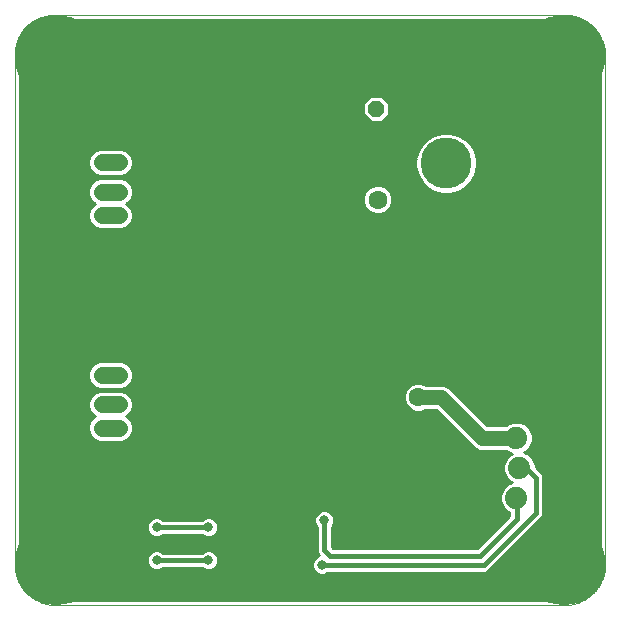
<source format=gbl>
G75*
%MOIN*%
%OFA0B0*%
%FSLAX25Y25*%
%IPPOS*%
%LPD*%
%AMOC8*
5,1,8,0,0,1.08239X$1,22.5*
%
%ADD10C,0.00000*%
%ADD11C,0.00004*%
%ADD12OC8,0.06300*%
%ADD13C,0.06300*%
%ADD14C,0.13100*%
%ADD15C,0.17000*%
%ADD16C,0.05740*%
%ADD17OC8,0.05200*%
%ADD18R,0.07400X0.07400*%
%ADD19C,0.07400*%
%ADD20R,0.03562X0.03562*%
%ADD21C,0.03169*%
%ADD22C,0.01000*%
%ADD23C,0.27559*%
%ADD24C,0.01600*%
%ADD25C,0.05000*%
D10*
X0020490Y0014980D02*
X0020490Y0184271D01*
X0034270Y0198050D02*
X0203561Y0198050D01*
X0217341Y0184271D02*
X0217341Y0014980D01*
X0203561Y0001200D02*
X0034270Y0001200D01*
D11*
X0033937Y0001204D01*
X0033604Y0001216D01*
X0033272Y0001236D01*
X0032940Y0001264D01*
X0032609Y0001300D01*
X0032279Y0001345D01*
X0031950Y0001397D01*
X0031622Y0001457D01*
X0031296Y0001525D01*
X0030972Y0001600D01*
X0030650Y0001684D01*
X0030330Y0001775D01*
X0030012Y0001874D01*
X0029696Y0001981D01*
X0029384Y0002095D01*
X0029074Y0002217D01*
X0028767Y0002347D01*
X0028463Y0002483D01*
X0028163Y0002627D01*
X0027866Y0002778D01*
X0027573Y0002937D01*
X0027284Y0003102D01*
X0026999Y0003274D01*
X0026718Y0003453D01*
X0026442Y0003639D01*
X0026170Y0003832D01*
X0025903Y0004031D01*
X0025641Y0004236D01*
X0025384Y0004448D01*
X0025132Y0004666D01*
X0024886Y0004889D01*
X0024645Y0005119D01*
X0024409Y0005355D01*
X0024179Y0005596D01*
X0023956Y0005842D01*
X0023738Y0006094D01*
X0023526Y0006351D01*
X0023321Y0006613D01*
X0023122Y0006880D01*
X0022929Y0007152D01*
X0022743Y0007428D01*
X0022564Y0007709D01*
X0022392Y0007994D01*
X0022227Y0008283D01*
X0022068Y0008576D01*
X0021917Y0008873D01*
X0021773Y0009173D01*
X0021637Y0009477D01*
X0021507Y0009784D01*
X0021385Y0010094D01*
X0021271Y0010406D01*
X0021164Y0010722D01*
X0021065Y0011040D01*
X0020974Y0011360D01*
X0020890Y0011682D01*
X0020815Y0012006D01*
X0020747Y0012332D01*
X0020687Y0012660D01*
X0020635Y0012989D01*
X0020590Y0013319D01*
X0020554Y0013650D01*
X0020526Y0013982D01*
X0020506Y0014314D01*
X0020494Y0014647D01*
X0020490Y0014980D01*
X0203561Y0001200D02*
X0203894Y0001204D01*
X0204227Y0001216D01*
X0204559Y0001236D01*
X0204891Y0001264D01*
X0205222Y0001300D01*
X0205552Y0001345D01*
X0205881Y0001397D01*
X0206209Y0001457D01*
X0206535Y0001525D01*
X0206859Y0001600D01*
X0207181Y0001684D01*
X0207501Y0001775D01*
X0207819Y0001874D01*
X0208135Y0001981D01*
X0208447Y0002095D01*
X0208757Y0002217D01*
X0209064Y0002347D01*
X0209368Y0002483D01*
X0209668Y0002627D01*
X0209965Y0002778D01*
X0210258Y0002937D01*
X0210547Y0003102D01*
X0210832Y0003274D01*
X0211113Y0003453D01*
X0211389Y0003639D01*
X0211661Y0003832D01*
X0211928Y0004031D01*
X0212190Y0004236D01*
X0212447Y0004448D01*
X0212699Y0004666D01*
X0212945Y0004889D01*
X0213186Y0005119D01*
X0213422Y0005355D01*
X0213652Y0005596D01*
X0213875Y0005842D01*
X0214093Y0006094D01*
X0214305Y0006351D01*
X0214510Y0006613D01*
X0214709Y0006880D01*
X0214902Y0007152D01*
X0215088Y0007428D01*
X0215267Y0007709D01*
X0215439Y0007994D01*
X0215604Y0008283D01*
X0215763Y0008576D01*
X0215914Y0008873D01*
X0216058Y0009173D01*
X0216194Y0009477D01*
X0216324Y0009784D01*
X0216446Y0010094D01*
X0216560Y0010406D01*
X0216667Y0010722D01*
X0216766Y0011040D01*
X0216857Y0011360D01*
X0216941Y0011682D01*
X0217016Y0012006D01*
X0217084Y0012332D01*
X0217144Y0012660D01*
X0217196Y0012989D01*
X0217241Y0013319D01*
X0217277Y0013650D01*
X0217305Y0013982D01*
X0217325Y0014314D01*
X0217337Y0014647D01*
X0217341Y0014980D01*
X0217341Y0184271D02*
X0217337Y0184604D01*
X0217325Y0184937D01*
X0217305Y0185269D01*
X0217277Y0185601D01*
X0217241Y0185932D01*
X0217196Y0186262D01*
X0217144Y0186591D01*
X0217084Y0186919D01*
X0217016Y0187245D01*
X0216941Y0187569D01*
X0216857Y0187891D01*
X0216766Y0188211D01*
X0216667Y0188529D01*
X0216560Y0188845D01*
X0216446Y0189157D01*
X0216324Y0189467D01*
X0216194Y0189774D01*
X0216058Y0190078D01*
X0215914Y0190378D01*
X0215763Y0190675D01*
X0215604Y0190968D01*
X0215439Y0191257D01*
X0215267Y0191542D01*
X0215088Y0191823D01*
X0214902Y0192099D01*
X0214709Y0192371D01*
X0214510Y0192638D01*
X0214305Y0192900D01*
X0214093Y0193157D01*
X0213875Y0193409D01*
X0213652Y0193655D01*
X0213422Y0193896D01*
X0213186Y0194132D01*
X0212945Y0194362D01*
X0212699Y0194585D01*
X0212447Y0194803D01*
X0212190Y0195015D01*
X0211928Y0195220D01*
X0211661Y0195419D01*
X0211389Y0195612D01*
X0211113Y0195798D01*
X0210832Y0195977D01*
X0210547Y0196149D01*
X0210258Y0196314D01*
X0209965Y0196473D01*
X0209668Y0196624D01*
X0209368Y0196768D01*
X0209064Y0196904D01*
X0208757Y0197034D01*
X0208447Y0197156D01*
X0208135Y0197270D01*
X0207819Y0197377D01*
X0207501Y0197476D01*
X0207181Y0197567D01*
X0206859Y0197651D01*
X0206535Y0197726D01*
X0206209Y0197794D01*
X0205881Y0197854D01*
X0205552Y0197906D01*
X0205222Y0197951D01*
X0204891Y0197987D01*
X0204559Y0198015D01*
X0204227Y0198035D01*
X0203894Y0198047D01*
X0203561Y0198051D01*
X0034270Y0198051D02*
X0033937Y0198047D01*
X0033604Y0198035D01*
X0033272Y0198015D01*
X0032940Y0197987D01*
X0032609Y0197951D01*
X0032279Y0197906D01*
X0031950Y0197854D01*
X0031622Y0197794D01*
X0031296Y0197726D01*
X0030972Y0197651D01*
X0030650Y0197567D01*
X0030330Y0197476D01*
X0030012Y0197377D01*
X0029696Y0197270D01*
X0029384Y0197156D01*
X0029074Y0197034D01*
X0028767Y0196904D01*
X0028463Y0196768D01*
X0028163Y0196624D01*
X0027866Y0196473D01*
X0027573Y0196314D01*
X0027284Y0196149D01*
X0026999Y0195977D01*
X0026718Y0195798D01*
X0026442Y0195612D01*
X0026170Y0195419D01*
X0025903Y0195220D01*
X0025641Y0195015D01*
X0025384Y0194803D01*
X0025132Y0194585D01*
X0024886Y0194362D01*
X0024645Y0194132D01*
X0024409Y0193896D01*
X0024179Y0193655D01*
X0023956Y0193409D01*
X0023738Y0193157D01*
X0023526Y0192900D01*
X0023321Y0192638D01*
X0023122Y0192371D01*
X0022929Y0192099D01*
X0022743Y0191823D01*
X0022564Y0191542D01*
X0022392Y0191257D01*
X0022227Y0190968D01*
X0022068Y0190675D01*
X0021917Y0190378D01*
X0021773Y0190078D01*
X0021637Y0189774D01*
X0021507Y0189467D01*
X0021385Y0189157D01*
X0021271Y0188845D01*
X0021164Y0188529D01*
X0021065Y0188211D01*
X0020974Y0187891D01*
X0020890Y0187569D01*
X0020815Y0187245D01*
X0020747Y0186919D01*
X0020687Y0186591D01*
X0020635Y0186262D01*
X0020590Y0185932D01*
X0020554Y0185601D01*
X0020526Y0185269D01*
X0020506Y0184937D01*
X0020494Y0184604D01*
X0020490Y0184271D01*
D12*
X0141484Y0146367D03*
X0154978Y0060560D03*
D13*
X0154978Y0070560D03*
X0141484Y0136367D03*
D14*
X0041750Y0160908D03*
X0041750Y0109208D03*
X0041750Y0090042D03*
X0041750Y0038342D03*
D15*
X0164260Y0148562D03*
X0176071Y0167066D03*
X0187882Y0148562D03*
D16*
X0055289Y0148838D02*
X0049549Y0148838D01*
X0049549Y0138995D02*
X0055289Y0138995D01*
X0055289Y0131121D02*
X0049549Y0131121D01*
X0049549Y0121279D02*
X0055289Y0121279D01*
X0055289Y0077972D02*
X0049549Y0077972D01*
X0049549Y0068129D02*
X0055289Y0068129D01*
X0055289Y0060255D02*
X0049549Y0060255D01*
X0049549Y0050413D02*
X0055289Y0050413D01*
D17*
X0140963Y0166672D03*
X0140963Y0176672D03*
D18*
X0188707Y0066948D03*
D19*
X0187707Y0056948D03*
X0188707Y0046948D03*
X0187707Y0036948D03*
D20*
X0090569Y0060649D03*
X0090569Y0081121D03*
X0072065Y0104743D03*
X0091750Y0128759D03*
X0091750Y0152381D03*
X0091750Y0164192D03*
D21*
X0091356Y0191751D03*
X0083482Y0191751D03*
X0075608Y0191751D03*
X0067734Y0191751D03*
X0059860Y0191751D03*
X0051986Y0191751D03*
X0026789Y0166554D03*
X0026789Y0158680D03*
X0026789Y0150806D03*
X0026789Y0142932D03*
X0026789Y0135058D03*
X0026789Y0127184D03*
X0026789Y0119310D03*
X0026789Y0111436D03*
X0026789Y0103562D03*
X0026789Y0095688D03*
X0026789Y0087814D03*
X0026789Y0079940D03*
X0026789Y0072066D03*
X0026789Y0064192D03*
X0026789Y0056318D03*
X0026789Y0048444D03*
X0026789Y0040570D03*
X0026789Y0032696D03*
X0051986Y0007499D03*
X0059860Y0007499D03*
X0067734Y0007499D03*
X0075608Y0007499D03*
X0083482Y0007499D03*
X0091356Y0007499D03*
X0099230Y0007499D03*
X0107104Y0007499D03*
X0114978Y0007499D03*
X0122852Y0007499D03*
X0130726Y0007499D03*
X0138600Y0007499D03*
X0146474Y0007499D03*
X0154348Y0007499D03*
X0162222Y0007499D03*
X0170096Y0007499D03*
X0177970Y0007499D03*
X0185844Y0007499D03*
X0211041Y0032696D03*
X0211041Y0040570D03*
X0211041Y0048444D03*
X0211041Y0056318D03*
X0211041Y0064192D03*
X0211041Y0072066D03*
X0207104Y0076525D03*
X0203167Y0076525D03*
X0199230Y0076525D03*
X0195293Y0076525D03*
X0191356Y0076525D03*
X0187419Y0076525D03*
X0183482Y0076525D03*
X0179545Y0076525D03*
X0175608Y0082430D03*
X0179545Y0088336D03*
X0175608Y0094241D03*
X0179545Y0100147D03*
X0175608Y0106052D03*
X0179545Y0111958D03*
X0175608Y0117863D03*
X0179545Y0122981D03*
X0183482Y0122981D03*
X0187419Y0122981D03*
X0191356Y0122981D03*
X0195293Y0122981D03*
X0199230Y0122981D03*
X0203167Y0122981D03*
X0207104Y0122981D03*
X0207104Y0117863D03*
X0203167Y0111958D03*
X0199230Y0117863D03*
X0195293Y0111958D03*
X0191356Y0117863D03*
X0187419Y0111958D03*
X0183482Y0117863D03*
X0183482Y0106052D03*
X0187419Y0100147D03*
X0183482Y0094241D03*
X0187419Y0088336D03*
X0183482Y0082430D03*
X0191356Y0082430D03*
X0195293Y0088336D03*
X0191356Y0094241D03*
X0195293Y0100147D03*
X0191356Y0106052D03*
X0199230Y0106052D03*
X0203167Y0100147D03*
X0199230Y0094241D03*
X0203167Y0088336D03*
X0199230Y0082430D03*
X0207104Y0082430D03*
X0211041Y0088336D03*
X0207104Y0094241D03*
X0211041Y0100147D03*
X0207104Y0106052D03*
X0211041Y0111958D03*
X0211041Y0126919D03*
X0209860Y0131121D03*
X0209860Y0138995D03*
X0209860Y0146869D03*
X0209860Y0154743D03*
X0209860Y0162617D03*
X0185844Y0191751D03*
X0177970Y0191751D03*
X0170096Y0191751D03*
X0162222Y0191751D03*
X0154348Y0191751D03*
X0146474Y0191751D03*
X0138600Y0191751D03*
X0130726Y0191751D03*
X0122852Y0191751D03*
X0114978Y0191751D03*
X0107104Y0191751D03*
X0099230Y0191751D03*
X0145687Y0120885D03*
X0149230Y0120885D03*
X0152774Y0120885D03*
X0073246Y0056318D03*
X0079545Y0035452D03*
X0086238Y0035452D03*
X0092931Y0035452D03*
X0099624Y0035452D03*
X0106317Y0035452D03*
X0123640Y0029546D03*
X0122852Y0014586D03*
X0088207Y0021672D03*
X0085057Y0016161D03*
X0085057Y0027184D03*
X0067734Y0027184D03*
X0067734Y0016161D03*
D22*
X0023111Y0010358D02*
X0022295Y0013403D01*
X0022192Y0014980D01*
X0022192Y0015684D01*
X0022190Y0015686D01*
X0022190Y0183564D01*
X0022192Y0183566D01*
X0022192Y0184271D01*
X0022295Y0185847D01*
X0023111Y0188893D01*
X0023111Y0188893D01*
X0024688Y0191623D01*
X0026917Y0193853D01*
X0029648Y0195429D01*
X0032693Y0196245D01*
X0034270Y0196348D01*
X0034975Y0196348D01*
X0034977Y0196350D01*
X0202854Y0196350D01*
X0202856Y0196348D01*
X0203561Y0196348D01*
X0205137Y0196245D01*
X0208183Y0195429D01*
X0210913Y0193853D01*
X0213143Y0191623D01*
X0214719Y0188893D01*
X0215535Y0185847D01*
X0215639Y0184271D01*
X0215639Y0183566D01*
X0215641Y0183564D01*
X0215641Y0015686D01*
X0215639Y0015684D01*
X0215639Y0014980D01*
X0215535Y0013403D01*
X0214719Y0010358D01*
X0213143Y0007627D01*
X0210913Y0005398D01*
X0208183Y0003821D01*
X0205137Y0003005D01*
X0203561Y0002902D01*
X0202856Y0002902D01*
X0202854Y0002900D01*
X0034977Y0002900D01*
X0034975Y0002902D01*
X0034270Y0002902D01*
X0032693Y0003005D01*
X0029648Y0003821D01*
X0026917Y0005398D01*
X0024688Y0007627D01*
X0023111Y0010358D01*
X0023210Y0010187D02*
X0214620Y0010187D01*
X0214941Y0011185D02*
X0022890Y0011185D01*
X0022622Y0012184D02*
X0120610Y0012184D01*
X0120992Y0011802D02*
X0122199Y0011302D01*
X0123506Y0011302D01*
X0124713Y0011802D01*
X0124997Y0012086D01*
X0177287Y0012086D01*
X0178205Y0012466D01*
X0195528Y0029789D01*
X0196232Y0030493D01*
X0196612Y0031411D01*
X0196612Y0044217D01*
X0196232Y0045136D01*
X0194107Y0047261D01*
X0194107Y0048022D01*
X0193285Y0050007D01*
X0191766Y0051526D01*
X0190246Y0052155D01*
X0190766Y0052370D01*
X0192285Y0053889D01*
X0193107Y0055874D01*
X0193107Y0058022D01*
X0192285Y0060007D01*
X0190766Y0061526D01*
X0188781Y0062348D01*
X0186633Y0062348D01*
X0184648Y0061526D01*
X0184270Y0061148D01*
X0177899Y0061148D01*
X0166177Y0072870D01*
X0164995Y0074052D01*
X0163452Y0074691D01*
X0157679Y0074691D01*
X0155943Y0075410D01*
X0154014Y0075410D01*
X0152231Y0074672D01*
X0150867Y0073308D01*
X0150128Y0071525D01*
X0150128Y0069595D01*
X0150867Y0067813D01*
X0152231Y0066449D01*
X0154014Y0065710D01*
X0155943Y0065710D01*
X0157346Y0066291D01*
X0160876Y0066291D01*
X0173780Y0053387D01*
X0175324Y0052748D01*
X0184270Y0052748D01*
X0184648Y0052370D01*
X0186167Y0051741D01*
X0185648Y0051526D01*
X0184129Y0050007D01*
X0183307Y0048022D01*
X0183307Y0045874D01*
X0184129Y0043889D01*
X0185648Y0042370D01*
X0186167Y0042155D01*
X0184648Y0041526D01*
X0183129Y0040007D01*
X0182307Y0038022D01*
X0182307Y0035874D01*
X0183129Y0033889D01*
X0184648Y0032370D01*
X0185313Y0032095D01*
X0185313Y0030976D01*
X0174573Y0020235D01*
X0126644Y0020235D01*
X0126140Y0020739D01*
X0126140Y0027402D01*
X0126424Y0027686D01*
X0126924Y0028893D01*
X0126924Y0030200D01*
X0126424Y0031407D01*
X0125500Y0032331D01*
X0124293Y0032831D01*
X0122986Y0032831D01*
X0121779Y0032331D01*
X0120856Y0031407D01*
X0120356Y0030200D01*
X0120356Y0028893D01*
X0120856Y0027686D01*
X0121140Y0027402D01*
X0121140Y0019207D01*
X0121520Y0018288D01*
X0122015Y0017794D01*
X0120992Y0017370D01*
X0120068Y0016446D01*
X0119568Y0015239D01*
X0119568Y0013933D01*
X0120068Y0012725D01*
X0120992Y0011802D01*
X0119879Y0013182D02*
X0086449Y0013182D01*
X0086917Y0013376D02*
X0087841Y0014300D01*
X0088341Y0015507D01*
X0088341Y0016814D01*
X0087841Y0018021D01*
X0086917Y0018945D01*
X0085710Y0019445D01*
X0084404Y0019445D01*
X0083197Y0018945D01*
X0082912Y0018661D01*
X0069879Y0018661D01*
X0069595Y0018945D01*
X0068388Y0019445D01*
X0067081Y0019445D01*
X0065874Y0018945D01*
X0064950Y0018021D01*
X0064450Y0016814D01*
X0064450Y0015507D01*
X0064950Y0014300D01*
X0065874Y0013376D01*
X0067081Y0012876D01*
X0068388Y0012876D01*
X0069595Y0013376D01*
X0069879Y0013661D01*
X0082912Y0013661D01*
X0083197Y0013376D01*
X0084404Y0012876D01*
X0085710Y0012876D01*
X0086917Y0013376D01*
X0087722Y0014181D02*
X0119568Y0014181D01*
X0119568Y0015179D02*
X0088205Y0015179D01*
X0088341Y0016178D02*
X0119957Y0016178D01*
X0120798Y0017176D02*
X0088191Y0017176D01*
X0087688Y0018175D02*
X0121633Y0018175D01*
X0121154Y0019173D02*
X0086366Y0019173D01*
X0083748Y0019173D02*
X0069043Y0019173D01*
X0066425Y0019173D02*
X0022190Y0019173D01*
X0022190Y0018175D02*
X0065104Y0018175D01*
X0064600Y0017176D02*
X0022190Y0017176D01*
X0022190Y0016178D02*
X0064450Y0016178D01*
X0064586Y0015179D02*
X0022192Y0015179D01*
X0022244Y0014181D02*
X0065070Y0014181D01*
X0066343Y0013182D02*
X0022355Y0013182D01*
X0023787Y0009188D02*
X0214044Y0009188D01*
X0213468Y0008190D02*
X0024363Y0008190D01*
X0025124Y0007191D02*
X0212707Y0007191D01*
X0211708Y0006193D02*
X0026123Y0006193D01*
X0027270Y0005194D02*
X0210561Y0005194D01*
X0208831Y0004196D02*
X0029000Y0004196D01*
X0031978Y0003197D02*
X0205853Y0003197D01*
X0215209Y0012184D02*
X0177523Y0012184D01*
X0178921Y0013182D02*
X0215476Y0013182D01*
X0215586Y0014181D02*
X0179920Y0014181D01*
X0180918Y0015179D02*
X0215639Y0015179D01*
X0215641Y0016178D02*
X0181917Y0016178D01*
X0182915Y0017176D02*
X0215641Y0017176D01*
X0215641Y0018175D02*
X0183914Y0018175D01*
X0184912Y0019173D02*
X0215641Y0019173D01*
X0215641Y0020172D02*
X0185911Y0020172D01*
X0186909Y0021170D02*
X0215641Y0021170D01*
X0215641Y0022169D02*
X0187908Y0022169D01*
X0188906Y0023167D02*
X0215641Y0023167D01*
X0215641Y0024166D02*
X0189905Y0024166D01*
X0190903Y0025164D02*
X0215641Y0025164D01*
X0215641Y0026163D02*
X0191902Y0026163D01*
X0192900Y0027161D02*
X0215641Y0027161D01*
X0215641Y0028160D02*
X0193899Y0028160D01*
X0194897Y0029158D02*
X0215641Y0029158D01*
X0215641Y0030157D02*
X0195896Y0030157D01*
X0196506Y0031155D02*
X0215641Y0031155D01*
X0215641Y0032154D02*
X0196612Y0032154D01*
X0196612Y0033152D02*
X0215641Y0033152D01*
X0215641Y0034151D02*
X0196612Y0034151D01*
X0196612Y0035149D02*
X0215641Y0035149D01*
X0215641Y0036148D02*
X0196612Y0036148D01*
X0196612Y0037146D02*
X0215641Y0037146D01*
X0215641Y0038145D02*
X0196612Y0038145D01*
X0196612Y0039143D02*
X0215641Y0039143D01*
X0215641Y0040142D02*
X0196612Y0040142D01*
X0196612Y0041140D02*
X0215641Y0041140D01*
X0215641Y0042139D02*
X0196612Y0042139D01*
X0196612Y0043137D02*
X0215641Y0043137D01*
X0215641Y0044136D02*
X0196612Y0044136D01*
X0196232Y0045134D02*
X0215641Y0045134D01*
X0215641Y0046133D02*
X0195234Y0046133D01*
X0194236Y0047132D02*
X0215641Y0047132D01*
X0215641Y0048130D02*
X0194062Y0048130D01*
X0193648Y0049129D02*
X0215641Y0049129D01*
X0215641Y0050127D02*
X0193164Y0050127D01*
X0192166Y0051126D02*
X0215641Y0051126D01*
X0215641Y0052124D02*
X0190321Y0052124D01*
X0191518Y0053123D02*
X0215641Y0053123D01*
X0215641Y0054121D02*
X0192381Y0054121D01*
X0192794Y0055120D02*
X0215641Y0055120D01*
X0215641Y0056118D02*
X0193107Y0056118D01*
X0193107Y0057117D02*
X0215641Y0057117D01*
X0215641Y0058115D02*
X0193068Y0058115D01*
X0192655Y0059114D02*
X0215641Y0059114D01*
X0215641Y0060112D02*
X0192179Y0060112D01*
X0191181Y0061111D02*
X0215641Y0061111D01*
X0215641Y0062109D02*
X0189357Y0062109D01*
X0186056Y0062109D02*
X0176938Y0062109D01*
X0175939Y0063108D02*
X0215641Y0063108D01*
X0215641Y0064106D02*
X0174941Y0064106D01*
X0173942Y0065105D02*
X0215641Y0065105D01*
X0215641Y0066103D02*
X0172944Y0066103D01*
X0171945Y0067102D02*
X0215641Y0067102D01*
X0215641Y0068100D02*
X0170947Y0068100D01*
X0169948Y0069099D02*
X0215641Y0069099D01*
X0215641Y0070097D02*
X0168950Y0070097D01*
X0167951Y0071096D02*
X0215641Y0071096D01*
X0215641Y0072094D02*
X0166953Y0072094D01*
X0165954Y0073093D02*
X0215641Y0073093D01*
X0215641Y0074091D02*
X0164900Y0074091D01*
X0156717Y0075090D02*
X0215641Y0075090D01*
X0215641Y0076088D02*
X0059456Y0076088D01*
X0059164Y0075383D02*
X0059859Y0077063D01*
X0059859Y0078881D01*
X0059164Y0080560D01*
X0057878Y0081846D01*
X0056198Y0082542D01*
X0048640Y0082542D01*
X0046960Y0081846D01*
X0045675Y0080560D01*
X0044979Y0078881D01*
X0044979Y0077063D01*
X0045675Y0075383D01*
X0046960Y0074097D01*
X0048640Y0073402D01*
X0056198Y0073402D01*
X0057878Y0074097D01*
X0059164Y0075383D01*
X0058871Y0075090D02*
X0153240Y0075090D01*
X0151651Y0074091D02*
X0057864Y0074091D01*
X0057659Y0072094D02*
X0150364Y0072094D01*
X0150128Y0071096D02*
X0058786Y0071096D01*
X0059164Y0070718D02*
X0057878Y0072003D01*
X0056198Y0072699D01*
X0048640Y0072699D01*
X0046960Y0072003D01*
X0045675Y0070718D01*
X0044979Y0069038D01*
X0044979Y0067220D01*
X0045675Y0065540D01*
X0046960Y0064255D01*
X0047112Y0064192D01*
X0046960Y0064129D01*
X0045675Y0062844D01*
X0044979Y0061164D01*
X0044979Y0059346D01*
X0045675Y0057666D01*
X0046960Y0056381D01*
X0048640Y0055685D01*
X0056198Y0055685D01*
X0057878Y0056381D01*
X0059164Y0057666D01*
X0059859Y0059346D01*
X0059859Y0061164D01*
X0059164Y0062844D01*
X0057878Y0064129D01*
X0057727Y0064192D01*
X0057878Y0064255D01*
X0059164Y0065540D01*
X0059859Y0067220D01*
X0059859Y0069038D01*
X0059164Y0070718D01*
X0059421Y0070097D02*
X0150128Y0070097D01*
X0150334Y0069099D02*
X0059834Y0069099D01*
X0059859Y0068100D02*
X0150748Y0068100D01*
X0151578Y0067102D02*
X0059810Y0067102D01*
X0059397Y0066103D02*
X0153065Y0066103D01*
X0156892Y0066103D02*
X0161065Y0066103D01*
X0162063Y0065105D02*
X0058728Y0065105D01*
X0057901Y0064106D02*
X0163062Y0064106D01*
X0164060Y0063108D02*
X0058900Y0063108D01*
X0059468Y0062109D02*
X0165059Y0062109D01*
X0166057Y0061111D02*
X0059859Y0061111D01*
X0059859Y0060112D02*
X0167056Y0060112D01*
X0168054Y0059114D02*
X0059763Y0059114D01*
X0059350Y0058115D02*
X0169053Y0058115D01*
X0170051Y0057117D02*
X0058614Y0057117D01*
X0057244Y0056118D02*
X0171050Y0056118D01*
X0172048Y0055120D02*
X0022190Y0055120D01*
X0022190Y0056118D02*
X0047595Y0056118D01*
X0046225Y0057117D02*
X0022190Y0057117D01*
X0022190Y0058115D02*
X0045489Y0058115D01*
X0045075Y0059114D02*
X0022190Y0059114D01*
X0022190Y0060112D02*
X0044979Y0060112D01*
X0044979Y0061111D02*
X0022190Y0061111D01*
X0022190Y0062109D02*
X0045371Y0062109D01*
X0045939Y0063108D02*
X0022190Y0063108D01*
X0022190Y0064106D02*
X0046937Y0064106D01*
X0046111Y0065105D02*
X0022190Y0065105D01*
X0022190Y0066103D02*
X0045442Y0066103D01*
X0045028Y0067102D02*
X0022190Y0067102D01*
X0022190Y0068100D02*
X0044979Y0068100D01*
X0045004Y0069099D02*
X0022190Y0069099D01*
X0022190Y0070097D02*
X0045418Y0070097D01*
X0046053Y0071096D02*
X0022190Y0071096D01*
X0022190Y0072094D02*
X0047180Y0072094D01*
X0046975Y0074091D02*
X0022190Y0074091D01*
X0022190Y0073093D02*
X0150778Y0073093D01*
X0173047Y0054121D02*
X0022190Y0054121D01*
X0022190Y0053123D02*
X0174420Y0053123D01*
X0183765Y0049129D02*
X0022190Y0049129D01*
X0022190Y0050127D02*
X0184249Y0050127D01*
X0185247Y0051126D02*
X0022190Y0051126D01*
X0022190Y0052124D02*
X0185242Y0052124D01*
X0183351Y0048130D02*
X0022190Y0048130D01*
X0022190Y0047132D02*
X0183307Y0047132D01*
X0183307Y0046133D02*
X0022190Y0046133D01*
X0022190Y0045134D02*
X0183613Y0045134D01*
X0184027Y0044136D02*
X0022190Y0044136D01*
X0022190Y0043137D02*
X0184880Y0043137D01*
X0186128Y0042139D02*
X0022190Y0042139D01*
X0022190Y0041140D02*
X0184262Y0041140D01*
X0183264Y0040142D02*
X0022190Y0040142D01*
X0022190Y0039143D02*
X0182771Y0039143D01*
X0182358Y0038145D02*
X0022190Y0038145D01*
X0022190Y0037146D02*
X0182307Y0037146D01*
X0182307Y0036148D02*
X0022190Y0036148D01*
X0022190Y0035149D02*
X0182607Y0035149D01*
X0183020Y0034151D02*
X0022190Y0034151D01*
X0022190Y0033152D02*
X0183866Y0033152D01*
X0185170Y0032154D02*
X0125677Y0032154D01*
X0126528Y0031155D02*
X0185313Y0031155D01*
X0184494Y0030157D02*
X0126924Y0030157D01*
X0126924Y0029158D02*
X0183496Y0029158D01*
X0182497Y0028160D02*
X0126620Y0028160D01*
X0126140Y0027161D02*
X0181499Y0027161D01*
X0180500Y0026163D02*
X0126140Y0026163D01*
X0126140Y0025164D02*
X0179502Y0025164D01*
X0178503Y0024166D02*
X0126140Y0024166D01*
X0126140Y0023167D02*
X0177505Y0023167D01*
X0176506Y0022169D02*
X0126140Y0022169D01*
X0126140Y0021170D02*
X0175508Y0021170D01*
X0121140Y0021170D02*
X0022190Y0021170D01*
X0022190Y0020172D02*
X0121140Y0020172D01*
X0121140Y0022169D02*
X0022190Y0022169D01*
X0022190Y0023167D02*
X0121140Y0023167D01*
X0121140Y0024166D02*
X0086352Y0024166D01*
X0086917Y0024400D02*
X0087841Y0025324D01*
X0088341Y0026531D01*
X0088341Y0027838D01*
X0087841Y0029045D01*
X0086917Y0029968D01*
X0085710Y0030468D01*
X0084404Y0030468D01*
X0083197Y0029968D01*
X0082912Y0029684D01*
X0069879Y0029684D01*
X0069595Y0029968D01*
X0068388Y0030468D01*
X0067081Y0030468D01*
X0065874Y0029968D01*
X0064950Y0029045D01*
X0064450Y0027838D01*
X0064450Y0026531D01*
X0064950Y0025324D01*
X0065874Y0024400D01*
X0067081Y0023900D01*
X0068388Y0023900D01*
X0069595Y0024400D01*
X0069879Y0024684D01*
X0082912Y0024684D01*
X0083197Y0024400D01*
X0084404Y0023900D01*
X0085710Y0023900D01*
X0086917Y0024400D01*
X0087682Y0025164D02*
X0121140Y0025164D01*
X0121140Y0026163D02*
X0088189Y0026163D01*
X0088341Y0027161D02*
X0121140Y0027161D01*
X0120659Y0028160D02*
X0088208Y0028160D01*
X0087728Y0029158D02*
X0120356Y0029158D01*
X0120356Y0030157D02*
X0086463Y0030157D01*
X0083651Y0030157D02*
X0069140Y0030157D01*
X0066329Y0030157D02*
X0022190Y0030157D01*
X0022190Y0031155D02*
X0120751Y0031155D01*
X0121603Y0032154D02*
X0022190Y0032154D01*
X0022190Y0029158D02*
X0065064Y0029158D01*
X0064584Y0028160D02*
X0022190Y0028160D01*
X0022190Y0027161D02*
X0064450Y0027161D01*
X0064602Y0026163D02*
X0022190Y0026163D01*
X0022190Y0025164D02*
X0065110Y0025164D01*
X0066439Y0024166D02*
X0022190Y0024166D01*
X0069029Y0024166D02*
X0083762Y0024166D01*
X0083666Y0013182D02*
X0069126Y0013182D01*
X0045968Y0075090D02*
X0022190Y0075090D01*
X0022190Y0076088D02*
X0045383Y0076088D01*
X0044979Y0077087D02*
X0022190Y0077087D01*
X0022190Y0078085D02*
X0044979Y0078085D01*
X0045063Y0079084D02*
X0022190Y0079084D01*
X0022190Y0080082D02*
X0045477Y0080082D01*
X0046195Y0081081D02*
X0022190Y0081081D01*
X0022190Y0082079D02*
X0047524Y0082079D01*
X0057315Y0082079D02*
X0215641Y0082079D01*
X0215641Y0081081D02*
X0058643Y0081081D01*
X0059362Y0080082D02*
X0215641Y0080082D01*
X0215641Y0079084D02*
X0059775Y0079084D01*
X0059859Y0078085D02*
X0215641Y0078085D01*
X0215641Y0077087D02*
X0059859Y0077087D01*
X0022190Y0083078D02*
X0215641Y0083078D01*
X0215641Y0084076D02*
X0022190Y0084076D01*
X0022190Y0085075D02*
X0215641Y0085075D01*
X0215641Y0086073D02*
X0022190Y0086073D01*
X0022190Y0087072D02*
X0215641Y0087072D01*
X0215641Y0088070D02*
X0022190Y0088070D01*
X0022190Y0089069D02*
X0215641Y0089069D01*
X0215641Y0090068D02*
X0022190Y0090068D01*
X0022190Y0091066D02*
X0215641Y0091066D01*
X0215641Y0092065D02*
X0022190Y0092065D01*
X0022190Y0093063D02*
X0215641Y0093063D01*
X0215641Y0094062D02*
X0022190Y0094062D01*
X0022190Y0095060D02*
X0215641Y0095060D01*
X0215641Y0096059D02*
X0022190Y0096059D01*
X0022190Y0097057D02*
X0215641Y0097057D01*
X0215641Y0098056D02*
X0022190Y0098056D01*
X0022190Y0099054D02*
X0215641Y0099054D01*
X0215641Y0100053D02*
X0022190Y0100053D01*
X0022190Y0101051D02*
X0215641Y0101051D01*
X0215641Y0102050D02*
X0022190Y0102050D01*
X0022190Y0103048D02*
X0215641Y0103048D01*
X0215641Y0104047D02*
X0022190Y0104047D01*
X0022190Y0105045D02*
X0215641Y0105045D01*
X0215641Y0106044D02*
X0022190Y0106044D01*
X0022190Y0107042D02*
X0215641Y0107042D01*
X0215641Y0108041D02*
X0022190Y0108041D01*
X0022190Y0109039D02*
X0215641Y0109039D01*
X0215641Y0110038D02*
X0022190Y0110038D01*
X0022190Y0111036D02*
X0215641Y0111036D01*
X0215641Y0112035D02*
X0022190Y0112035D01*
X0022190Y0113033D02*
X0215641Y0113033D01*
X0215641Y0114032D02*
X0022190Y0114032D01*
X0022190Y0115030D02*
X0215641Y0115030D01*
X0215641Y0116029D02*
X0022190Y0116029D01*
X0022190Y0117027D02*
X0215641Y0117027D01*
X0215641Y0118026D02*
X0022190Y0118026D01*
X0022190Y0119024D02*
X0215641Y0119024D01*
X0215641Y0120023D02*
X0022190Y0120023D01*
X0022190Y0121021D02*
X0215641Y0121021D01*
X0215641Y0122020D02*
X0022190Y0122020D01*
X0022190Y0123018D02*
X0215641Y0123018D01*
X0215641Y0124017D02*
X0022190Y0124017D01*
X0022190Y0125015D02*
X0215641Y0125015D01*
X0215641Y0126014D02*
X0022190Y0126014D01*
X0022190Y0127012D02*
X0047527Y0127012D01*
X0046960Y0127247D02*
X0048640Y0126551D01*
X0056198Y0126551D01*
X0057878Y0127247D01*
X0059164Y0128533D01*
X0059859Y0130212D01*
X0059859Y0132030D01*
X0059164Y0133710D01*
X0057878Y0134996D01*
X0057727Y0135058D01*
X0057878Y0135121D01*
X0059164Y0136407D01*
X0059859Y0138086D01*
X0059859Y0139904D01*
X0059164Y0141584D01*
X0057878Y0142870D01*
X0056198Y0143565D01*
X0048640Y0143565D01*
X0046960Y0142870D01*
X0045675Y0141584D01*
X0044979Y0139904D01*
X0044979Y0138086D01*
X0045675Y0136407D01*
X0046960Y0135121D01*
X0047112Y0135058D01*
X0046960Y0134996D01*
X0045675Y0133710D01*
X0044979Y0132030D01*
X0044979Y0130212D01*
X0045675Y0128533D01*
X0046960Y0127247D01*
X0046196Y0128011D02*
X0022190Y0128011D01*
X0022190Y0129009D02*
X0045477Y0129009D01*
X0045064Y0130008D02*
X0022190Y0130008D01*
X0022190Y0131006D02*
X0044979Y0131006D01*
X0044979Y0132005D02*
X0022190Y0132005D01*
X0022190Y0133003D02*
X0045382Y0133003D01*
X0045967Y0134002D02*
X0022190Y0134002D01*
X0022190Y0135001D02*
X0046972Y0135001D01*
X0046082Y0135999D02*
X0022190Y0135999D01*
X0022190Y0136998D02*
X0045430Y0136998D01*
X0045016Y0137996D02*
X0022190Y0137996D01*
X0022190Y0138995D02*
X0044979Y0138995D01*
X0045016Y0139993D02*
X0022190Y0139993D01*
X0022190Y0140992D02*
X0045430Y0140992D01*
X0046081Y0141990D02*
X0022190Y0141990D01*
X0022190Y0142989D02*
X0047248Y0142989D01*
X0048640Y0144268D02*
X0056198Y0144268D01*
X0057878Y0144963D01*
X0059164Y0146249D01*
X0059859Y0147929D01*
X0059859Y0149747D01*
X0059164Y0151427D01*
X0057878Y0152712D01*
X0056198Y0153408D01*
X0048640Y0153408D01*
X0046960Y0152712D01*
X0045675Y0151427D01*
X0044979Y0149747D01*
X0044979Y0147929D01*
X0045675Y0146249D01*
X0046960Y0144963D01*
X0048640Y0144268D01*
X0046938Y0144986D02*
X0022190Y0144986D01*
X0022190Y0145984D02*
X0045940Y0145984D01*
X0045371Y0146983D02*
X0022190Y0146983D01*
X0022190Y0147981D02*
X0044979Y0147981D01*
X0044979Y0148980D02*
X0022190Y0148980D01*
X0022190Y0149978D02*
X0045075Y0149978D01*
X0045489Y0150977D02*
X0022190Y0150977D01*
X0022190Y0151975D02*
X0046224Y0151975D01*
X0047592Y0152974D02*
X0022190Y0152974D01*
X0022190Y0153972D02*
X0155605Y0153972D01*
X0156098Y0154825D02*
X0154755Y0152499D01*
X0154060Y0149905D01*
X0154060Y0147219D01*
X0154755Y0144625D01*
X0156098Y0142299D01*
X0157997Y0140400D01*
X0160323Y0139057D01*
X0162917Y0138362D01*
X0165603Y0138362D01*
X0168197Y0139057D01*
X0170523Y0140400D01*
X0172422Y0142299D01*
X0173765Y0144625D01*
X0174460Y0147219D01*
X0174460Y0149905D01*
X0173765Y0152499D01*
X0172422Y0154825D01*
X0170523Y0156724D01*
X0168197Y0158067D01*
X0165603Y0158762D01*
X0162917Y0158762D01*
X0160323Y0158067D01*
X0157997Y0156724D01*
X0156098Y0154825D01*
X0156243Y0154971D02*
X0022190Y0154971D01*
X0022190Y0155969D02*
X0157242Y0155969D01*
X0158419Y0156968D02*
X0022190Y0156968D01*
X0022190Y0157966D02*
X0160148Y0157966D01*
X0155029Y0152974D02*
X0057247Y0152974D01*
X0058615Y0151975D02*
X0154615Y0151975D01*
X0154347Y0150977D02*
X0059350Y0150977D01*
X0059764Y0149978D02*
X0154079Y0149978D01*
X0154060Y0148980D02*
X0059859Y0148980D01*
X0059859Y0147981D02*
X0154060Y0147981D01*
X0154123Y0146983D02*
X0059468Y0146983D01*
X0058899Y0145984D02*
X0154391Y0145984D01*
X0154658Y0144986D02*
X0057900Y0144986D01*
X0057591Y0142989D02*
X0155700Y0142989D01*
X0155123Y0143987D02*
X0022190Y0143987D01*
X0022190Y0158965D02*
X0215641Y0158965D01*
X0215641Y0159963D02*
X0022190Y0159963D01*
X0022190Y0160962D02*
X0215641Y0160962D01*
X0215641Y0161960D02*
X0022190Y0161960D01*
X0022190Y0162959D02*
X0138595Y0162959D01*
X0139181Y0162372D02*
X0142744Y0162372D01*
X0145263Y0164891D01*
X0145263Y0168454D01*
X0142744Y0170972D01*
X0139181Y0170972D01*
X0136663Y0168454D01*
X0136663Y0164891D01*
X0139181Y0162372D01*
X0137597Y0163957D02*
X0022190Y0163957D01*
X0022190Y0164956D02*
X0136663Y0164956D01*
X0136663Y0165954D02*
X0022190Y0165954D01*
X0022190Y0166953D02*
X0136663Y0166953D01*
X0136663Y0167951D02*
X0022190Y0167951D01*
X0022190Y0168950D02*
X0137159Y0168950D01*
X0138157Y0169948D02*
X0022190Y0169948D01*
X0022190Y0170947D02*
X0139156Y0170947D01*
X0142769Y0170947D02*
X0215641Y0170947D01*
X0215641Y0171945D02*
X0022190Y0171945D01*
X0022190Y0172944D02*
X0215641Y0172944D01*
X0215641Y0173942D02*
X0022190Y0173942D01*
X0022190Y0174941D02*
X0215641Y0174941D01*
X0215641Y0175939D02*
X0022190Y0175939D01*
X0022190Y0176938D02*
X0215641Y0176938D01*
X0215641Y0177937D02*
X0022190Y0177937D01*
X0022190Y0178935D02*
X0215641Y0178935D01*
X0215641Y0179934D02*
X0022190Y0179934D01*
X0022190Y0180932D02*
X0215641Y0180932D01*
X0215641Y0181931D02*
X0022190Y0181931D01*
X0022190Y0182929D02*
X0215641Y0182929D01*
X0215639Y0183928D02*
X0022192Y0183928D01*
X0022235Y0184926D02*
X0215596Y0184926D01*
X0215515Y0185925D02*
X0022316Y0185925D01*
X0022584Y0186923D02*
X0215247Y0186923D01*
X0214979Y0187922D02*
X0022851Y0187922D01*
X0023127Y0188920D02*
X0214703Y0188920D01*
X0214127Y0189919D02*
X0023704Y0189919D01*
X0024280Y0190917D02*
X0213550Y0190917D01*
X0212850Y0191916D02*
X0024980Y0191916D01*
X0025979Y0192914D02*
X0211852Y0192914D01*
X0210809Y0193913D02*
X0027021Y0193913D01*
X0028751Y0194911D02*
X0209080Y0194911D01*
X0206389Y0195910D02*
X0031442Y0195910D01*
X0058758Y0141990D02*
X0156407Y0141990D01*
X0157405Y0140992D02*
X0142994Y0140992D01*
X0142449Y0141217D02*
X0144232Y0140479D01*
X0145596Y0139115D01*
X0146334Y0137332D01*
X0146334Y0135403D01*
X0145596Y0133620D01*
X0144232Y0132256D01*
X0142449Y0131517D01*
X0140520Y0131517D01*
X0138737Y0132256D01*
X0137373Y0133620D01*
X0136634Y0135403D01*
X0136634Y0137332D01*
X0137373Y0139115D01*
X0138737Y0140479D01*
X0140520Y0141217D01*
X0142449Y0141217D01*
X0139975Y0140992D02*
X0059409Y0140992D01*
X0059823Y0139993D02*
X0138251Y0139993D01*
X0137323Y0138995D02*
X0059859Y0138995D01*
X0059822Y0137996D02*
X0136909Y0137996D01*
X0136634Y0136998D02*
X0059408Y0136998D01*
X0058756Y0135999D02*
X0136634Y0135999D01*
X0136801Y0135001D02*
X0057866Y0135001D01*
X0058872Y0134002D02*
X0137214Y0134002D01*
X0137989Y0133003D02*
X0059456Y0133003D01*
X0059859Y0132005D02*
X0139342Y0132005D01*
X0143626Y0132005D02*
X0215641Y0132005D01*
X0215641Y0133003D02*
X0144979Y0133003D01*
X0145754Y0134002D02*
X0215641Y0134002D01*
X0215641Y0135001D02*
X0146168Y0135001D01*
X0146334Y0135999D02*
X0215641Y0135999D01*
X0215641Y0136998D02*
X0146334Y0136998D01*
X0146059Y0137996D02*
X0215641Y0137996D01*
X0215641Y0138995D02*
X0167963Y0138995D01*
X0169818Y0139993D02*
X0215641Y0139993D01*
X0215641Y0140992D02*
X0171114Y0140992D01*
X0172113Y0141990D02*
X0215641Y0141990D01*
X0215641Y0142989D02*
X0172820Y0142989D01*
X0173396Y0143987D02*
X0215641Y0143987D01*
X0215641Y0144986D02*
X0173861Y0144986D01*
X0174129Y0145984D02*
X0215641Y0145984D01*
X0215641Y0146983D02*
X0174396Y0146983D01*
X0174460Y0147981D02*
X0215641Y0147981D01*
X0215641Y0148980D02*
X0174460Y0148980D01*
X0174440Y0149978D02*
X0215641Y0149978D01*
X0215641Y0150977D02*
X0174173Y0150977D01*
X0173905Y0151975D02*
X0215641Y0151975D01*
X0215641Y0152974D02*
X0173491Y0152974D01*
X0172914Y0153972D02*
X0215641Y0153972D01*
X0215641Y0154971D02*
X0172276Y0154971D01*
X0171278Y0155969D02*
X0215641Y0155969D01*
X0215641Y0156968D02*
X0170101Y0156968D01*
X0168371Y0157966D02*
X0215641Y0157966D01*
X0215641Y0162959D02*
X0143330Y0162959D01*
X0144329Y0163957D02*
X0215641Y0163957D01*
X0215641Y0164956D02*
X0145263Y0164956D01*
X0145263Y0165954D02*
X0215641Y0165954D01*
X0215641Y0166953D02*
X0145263Y0166953D01*
X0145263Y0167951D02*
X0215641Y0167951D01*
X0215641Y0168950D02*
X0144766Y0168950D01*
X0143768Y0169948D02*
X0215641Y0169948D01*
X0215641Y0131006D02*
X0059859Y0131006D01*
X0059775Y0130008D02*
X0215641Y0130008D01*
X0215641Y0129009D02*
X0059361Y0129009D01*
X0058642Y0128011D02*
X0215641Y0128011D01*
X0215641Y0127012D02*
X0057312Y0127012D01*
X0144717Y0139993D02*
X0158702Y0139993D01*
X0160557Y0138995D02*
X0145646Y0138995D01*
D23*
X0203561Y0184271D03*
X0034270Y0184271D03*
X0034270Y0014980D03*
X0203561Y0014980D03*
D24*
X0187813Y0029940D02*
X0187813Y0037054D01*
X0187707Y0036948D01*
X0194112Y0031909D02*
X0194112Y0043720D01*
X0190963Y0046869D01*
X0188785Y0046869D01*
X0188707Y0046948D01*
X0194112Y0031909D02*
X0176789Y0014586D01*
X0122852Y0014586D01*
X0125608Y0017735D02*
X0175608Y0017735D01*
X0187813Y0029940D01*
X0125608Y0017735D02*
X0123640Y0019704D01*
X0123640Y0029546D01*
X0085057Y0027184D02*
X0067734Y0027184D01*
X0067734Y0016161D02*
X0085057Y0016161D01*
D25*
X0154978Y0070560D02*
X0155047Y0070491D01*
X0162616Y0070491D01*
X0176159Y0056948D01*
X0187707Y0056948D01*
M02*

</source>
